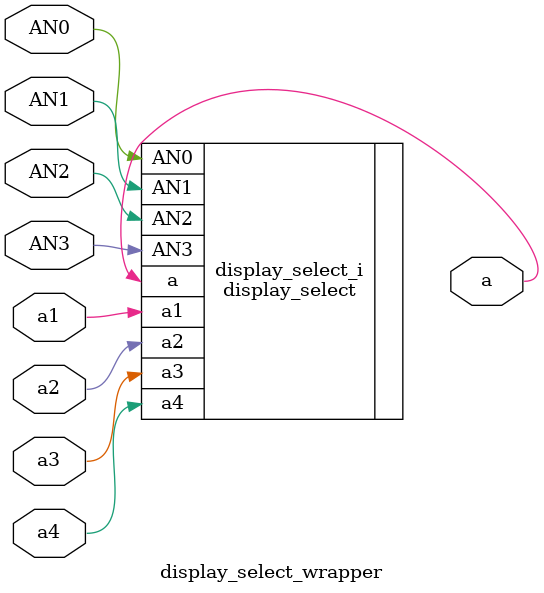
<source format=v>
`timescale 1 ps / 1 ps

module display_select_wrapper
   (AN0,
    AN1,
    AN2,
    AN3,
    a,
    a1,
    a2,
    a3,
    a4);
  input AN0;
  input AN1;
  input AN2;
  input AN3;
  output a;
  input a1;
  input a2;
  input a3;
  input a4;

  wire AN0;
  wire AN1;
  wire AN2;
  wire AN3;
  wire a;
  wire a1;
  wire a2;
  wire a3;
  wire a4;

  display_select display_select_i
       (.AN0(AN0),
        .AN1(AN1),
        .AN2(AN2),
        .AN3(AN3),
        .a(a),
        .a1(a1),
        .a2(a2),
        .a3(a3),
        .a4(a4));
endmodule

</source>
